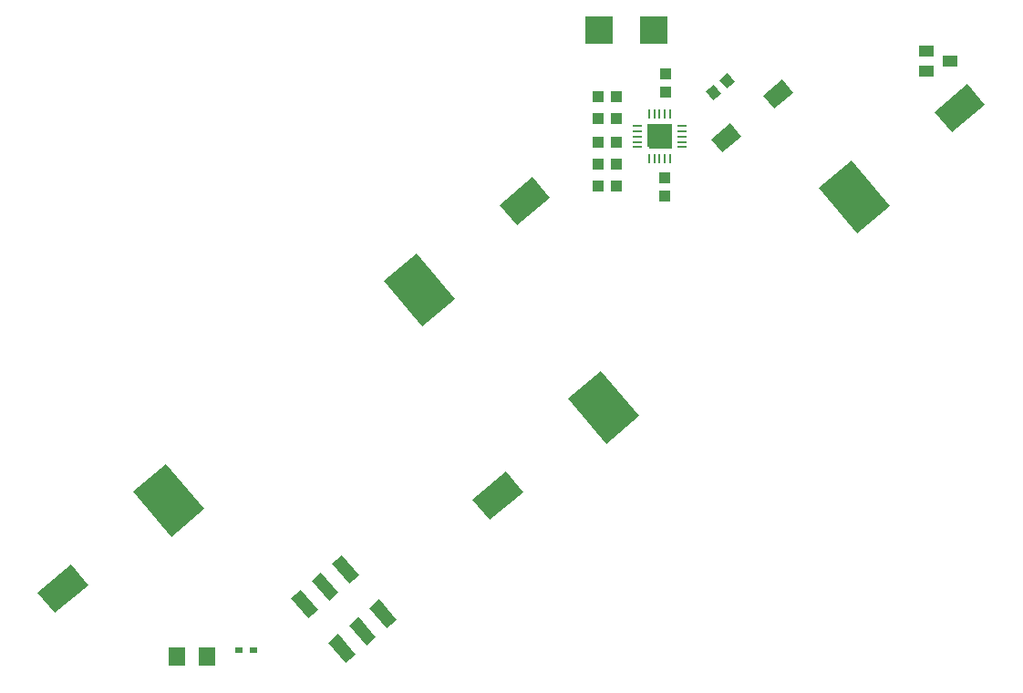
<source format=gbr>
G04 EAGLE Gerber RS-274X export*
G75*
%MOMM*%
%FSLAX34Y34*%
%LPD*%
%INSolderpaste Bottom*%
%IPPOS*%
%AMOC8*
5,1,8,0,0,1.08239X$1,22.5*%
G01*
%ADD10R,0.900000X0.250000*%
%ADD11R,0.250000X0.900000*%
%ADD12R,2.500000X4.000000*%
%ADD13R,5.500000X4.000000*%
%ADD14R,1.000000X1.100000*%
%ADD15R,1.100000X1.000000*%
%ADD16R,2.550000X2.500000*%
%ADD17R,2.300000X1.600000*%
%ADD18R,1.200000X2.500000*%
%ADD19R,1.400000X1.000000*%
%ADD20R,0.700000X0.500000*%
%ADD21R,1.600000X1.803000*%

G36*
X643668Y770955D02*
X643668Y770955D01*
X643693Y770952D01*
X643788Y770975D01*
X643885Y770990D01*
X643906Y771002D01*
X643930Y771008D01*
X644014Y771059D01*
X644100Y771105D01*
X644117Y771123D01*
X644138Y771136D01*
X644200Y771212D01*
X644267Y771284D01*
X644277Y771306D01*
X644293Y771325D01*
X644327Y771416D01*
X644368Y771506D01*
X644370Y771530D01*
X644379Y771553D01*
X644393Y771700D01*
X644393Y793200D01*
X644389Y793224D01*
X644392Y793249D01*
X644370Y793344D01*
X644354Y793441D01*
X644342Y793462D01*
X644336Y793486D01*
X644285Y793570D01*
X644239Y793656D01*
X644221Y793673D01*
X644208Y793694D01*
X644132Y793756D01*
X644061Y793823D01*
X644038Y793833D01*
X644019Y793849D01*
X643928Y793883D01*
X643838Y793924D01*
X643814Y793926D01*
X643791Y793935D01*
X643644Y793949D01*
X622144Y793949D01*
X622120Y793945D01*
X622095Y793948D01*
X622000Y793926D01*
X621903Y793910D01*
X621882Y793898D01*
X621858Y793892D01*
X621774Y793841D01*
X621688Y793795D01*
X621671Y793777D01*
X621650Y793764D01*
X621588Y793688D01*
X621521Y793617D01*
X621511Y793594D01*
X621496Y793575D01*
X621461Y793484D01*
X621420Y793394D01*
X621418Y793370D01*
X621409Y793347D01*
X621395Y793200D01*
X621395Y773700D01*
X621413Y773589D01*
X621428Y773478D01*
X621433Y773469D01*
X621434Y773459D01*
X621487Y773360D01*
X621538Y773260D01*
X621545Y773253D01*
X621549Y773244D01*
X621631Y773168D01*
X621711Y773088D01*
X621722Y773082D01*
X621728Y773077D01*
X621744Y773070D01*
X621840Y773015D01*
X622427Y772755D01*
X622860Y772416D01*
X623199Y771983D01*
X623459Y771396D01*
X623521Y771303D01*
X623580Y771206D01*
X623588Y771200D01*
X623593Y771192D01*
X623682Y771123D01*
X623769Y771052D01*
X623778Y771048D01*
X623786Y771042D01*
X623892Y771005D01*
X623997Y770965D01*
X624009Y770964D01*
X624016Y770962D01*
X624034Y770962D01*
X624144Y770951D01*
X643644Y770951D01*
X643668Y770955D01*
G37*
D10*
X612394Y772450D03*
X612394Y777450D03*
X612394Y782450D03*
X612394Y787450D03*
X612394Y792450D03*
D11*
X622894Y802950D03*
X627894Y802950D03*
X632894Y802950D03*
X637894Y802950D03*
X642894Y802950D03*
D10*
X653394Y792450D03*
X653394Y787450D03*
X653394Y782450D03*
X653394Y777450D03*
X653394Y772450D03*
D11*
X642894Y761950D03*
X637894Y761950D03*
X632894Y761950D03*
X627894Y761950D03*
X622894Y761950D03*
D12*
G36*
X71592Y339878D02*
X55523Y359029D01*
X86164Y384740D01*
X102233Y365589D01*
X71592Y339878D01*
G37*
D13*
G36*
X179363Y410730D02*
X144011Y452861D01*
X174653Y478572D01*
X210005Y436441D01*
X179363Y410730D01*
G37*
G36*
X407377Y673850D02*
X442729Y631719D01*
X412087Y606008D01*
X376735Y648139D01*
X407377Y673850D01*
G37*
D12*
G36*
X515148Y744702D02*
X531217Y725551D01*
X500576Y699840D01*
X484507Y718991D01*
X515148Y744702D01*
G37*
G36*
X475452Y426238D02*
X459383Y445389D01*
X490024Y471100D01*
X506093Y451949D01*
X475452Y426238D01*
G37*
D13*
G36*
X583223Y497090D02*
X547871Y539221D01*
X578513Y564932D01*
X613865Y522801D01*
X583223Y497090D01*
G37*
G36*
X811237Y760210D02*
X846589Y718079D01*
X815947Y692368D01*
X780595Y734499D01*
X811237Y760210D01*
G37*
D12*
G36*
X919008Y831062D02*
X935077Y811911D01*
X904436Y786200D01*
X888367Y805351D01*
X919008Y831062D01*
G37*
D14*
X592700Y819150D03*
X575700Y819150D03*
X592700Y798830D03*
X575700Y798830D03*
X592700Y777240D03*
X575700Y777240D03*
X592700Y756920D03*
X575700Y756920D03*
X592700Y736600D03*
X575700Y736600D03*
D15*
X637540Y743830D03*
X637540Y726830D03*
D14*
X638810Y823350D03*
X638810Y840350D03*
D16*
X627230Y881380D03*
X576730Y881380D03*
D17*
G36*
X680739Y779859D02*
X698357Y794642D01*
X708641Y782385D01*
X691023Y767602D01*
X680739Y779859D01*
G37*
G36*
X728999Y820355D02*
X746617Y835138D01*
X756901Y822881D01*
X739283Y808098D01*
X728999Y820355D01*
G37*
D14*
G36*
X690210Y822085D02*
X682551Y815657D01*
X675480Y824083D01*
X683139Y830511D01*
X690210Y822085D01*
G37*
G36*
X703232Y833013D02*
X695573Y826585D01*
X688502Y835011D01*
X696161Y841439D01*
X703232Y833013D01*
G37*
D18*
G36*
X363473Y344766D02*
X372666Y352480D01*
X388735Y333330D01*
X379542Y325616D01*
X363473Y344766D01*
G37*
G36*
X344322Y328697D02*
X353515Y336411D01*
X369584Y317261D01*
X360391Y309547D01*
X344322Y328697D01*
G37*
G36*
X325171Y312627D02*
X334364Y320341D01*
X350433Y301191D01*
X341240Y293477D01*
X325171Y312627D01*
G37*
G36*
X290461Y353994D02*
X299654Y361708D01*
X315723Y342558D01*
X306530Y334844D01*
X290461Y353994D01*
G37*
G36*
X309612Y370063D02*
X318805Y377777D01*
X334874Y358627D01*
X325681Y350913D01*
X309612Y370063D01*
G37*
G36*
X328763Y386133D02*
X337956Y393847D01*
X354025Y374697D01*
X344832Y366983D01*
X328763Y386133D01*
G37*
D19*
X902794Y852424D03*
X880794Y861924D03*
X880794Y842924D03*
D20*
X242428Y305562D03*
X255428Y305562D03*
D21*
X212848Y299212D03*
X184408Y299212D03*
M02*

</source>
